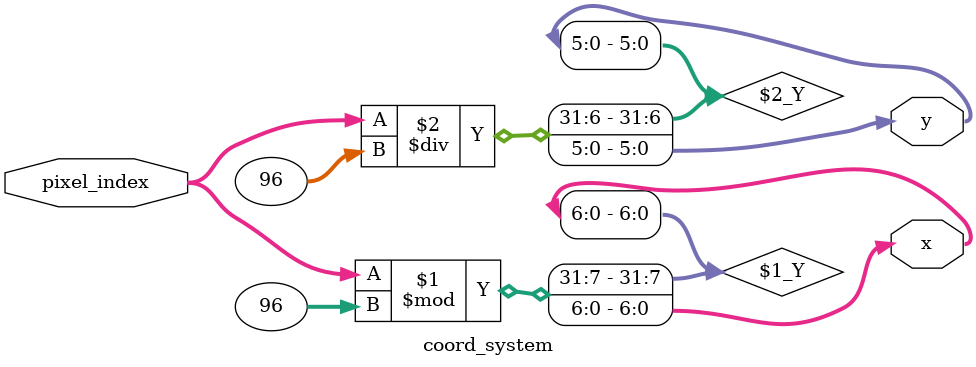
<source format=v>
`timescale 1ns / 1ps


module coord_system(
    input [12:0] pixel_index,
    output [6:0] x,
    output [5:0] y
    );
    
    assign x = pixel_index % 96;
    assign y = pixel_index / 96;
    
endmodule

</source>
